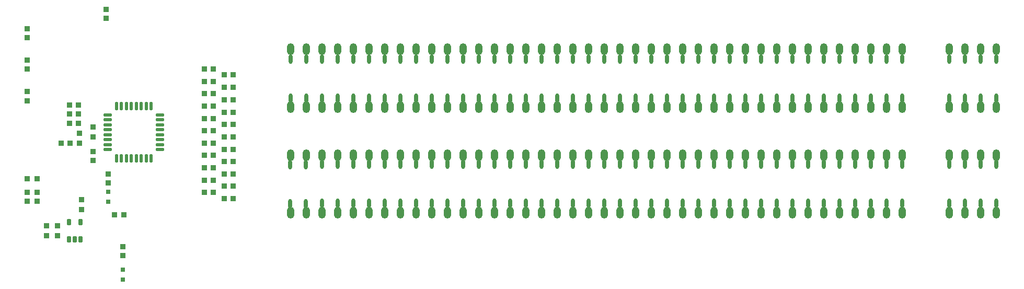
<source format=gtp>
G04*
G04 #@! TF.GenerationSoftware,Altium Limited,Altium Designer,22.5.1 (42)*
G04*
G04 Layer_Color=8421504*
%FSLAX25Y25*%
%MOIN*%
G70*
G04*
G04 #@! TF.SameCoordinates,4C861729-87C5-483C-8B33-AEF81C08CF8D*
G04*
G04*
G04 #@! TF.FilePolarity,Positive*
G04*
G01*
G75*
%ADD13O,0.02362X0.06102*%
%ADD14O,0.04724X0.07480*%
%ADD15R,0.03740X0.03543*%
%ADD16R,0.03543X0.03740*%
%ADD17R,0.03740X0.03543*%
G04:AMPARAMS|DCode=18|XSize=23.62mil|YSize=39.37mil|CornerRadius=2.01mil|HoleSize=0mil|Usage=FLASHONLY|Rotation=180.000|XOffset=0mil|YOffset=0mil|HoleType=Round|Shape=RoundedRectangle|*
%AMROUNDEDRECTD18*
21,1,0.02362,0.03535,0,0,180.0*
21,1,0.01961,0.03937,0,0,180.0*
1,1,0.00402,-0.00980,0.01768*
1,1,0.00402,0.00980,0.01768*
1,1,0.00402,0.00980,-0.01768*
1,1,0.00402,-0.00980,-0.01768*
%
%ADD18ROUNDEDRECTD18*%
%ADD19R,0.03150X0.03150*%
%ADD20O,0.05709X0.02165*%
%ADD21O,0.02165X0.05709*%
%ADD22R,0.03543X0.03740*%
D13*
X230039Y86319D02*
D03*
X240039D02*
D03*
X230039Y111319D02*
D03*
X240039D02*
D03*
X530000Y86500D02*
D03*
X540000D02*
D03*
X530000Y111500D02*
D03*
X540000D02*
D03*
X630000Y86500D02*
D03*
X640000D02*
D03*
X630000Y111500D02*
D03*
X640000D02*
D03*
X220000Y178500D02*
D03*
X210000D02*
D03*
X220000Y153500D02*
D03*
X210000D02*
D03*
X470000Y86500D02*
D03*
X480000D02*
D03*
X470000Y111500D02*
D03*
X480000D02*
D03*
X390000Y86500D02*
D03*
X400000D02*
D03*
X390000Y111500D02*
D03*
X400000D02*
D03*
X370000Y86500D02*
D03*
X380000D02*
D03*
X370000Y111500D02*
D03*
X380000D02*
D03*
X350000Y86500D02*
D03*
X360000D02*
D03*
X350000Y111500D02*
D03*
X360000D02*
D03*
X330000Y86500D02*
D03*
X340000D02*
D03*
X330000Y111500D02*
D03*
X340000D02*
D03*
X310000Y86500D02*
D03*
X320000D02*
D03*
X310000Y111500D02*
D03*
X320000D02*
D03*
X290000Y86500D02*
D03*
X300000D02*
D03*
X290000Y111500D02*
D03*
X300000D02*
D03*
X270000Y86500D02*
D03*
X280000D02*
D03*
X270000Y111500D02*
D03*
X280000D02*
D03*
X250000Y86500D02*
D03*
X260000D02*
D03*
X250000Y111500D02*
D03*
X260000D02*
D03*
X209842Y86221D02*
D03*
X219843D02*
D03*
X209842Y111221D02*
D03*
X219843D02*
D03*
X590000Y86500D02*
D03*
X600000D02*
D03*
X590000Y111500D02*
D03*
X600000D02*
D03*
X570000Y86500D02*
D03*
X580000D02*
D03*
X570000Y111500D02*
D03*
X580000D02*
D03*
X550000Y86500D02*
D03*
X560000D02*
D03*
X550000Y111500D02*
D03*
X560000D02*
D03*
X510000Y86500D02*
D03*
X520000D02*
D03*
X510000Y111500D02*
D03*
X520000D02*
D03*
X490000Y86500D02*
D03*
X500000D02*
D03*
X490000Y111500D02*
D03*
X500000D02*
D03*
X450000Y86500D02*
D03*
X460000D02*
D03*
X450000Y111500D02*
D03*
X460000D02*
D03*
X430000Y86500D02*
D03*
X440000D02*
D03*
X430000Y111500D02*
D03*
X440000D02*
D03*
X410000Y86500D02*
D03*
X420000D02*
D03*
X410000Y111500D02*
D03*
X420000D02*
D03*
X650000Y86500D02*
D03*
X660000D02*
D03*
X650000Y111500D02*
D03*
X660000D02*
D03*
X400000Y178500D02*
D03*
X390000D02*
D03*
X400000Y153500D02*
D03*
X390000D02*
D03*
X380000Y178500D02*
D03*
X370000D02*
D03*
X380000Y153500D02*
D03*
X370000D02*
D03*
X360000Y178500D02*
D03*
X350000D02*
D03*
X360000Y153500D02*
D03*
X350000D02*
D03*
X340000Y178500D02*
D03*
X330000D02*
D03*
X340000Y153500D02*
D03*
X330000D02*
D03*
X320000Y178500D02*
D03*
X310000D02*
D03*
X320000Y153500D02*
D03*
X310000D02*
D03*
X300000Y178500D02*
D03*
X290000D02*
D03*
X300000Y153500D02*
D03*
X290000D02*
D03*
X280000Y178500D02*
D03*
X270000D02*
D03*
X280000Y153500D02*
D03*
X270000D02*
D03*
X260000Y178500D02*
D03*
X250000D02*
D03*
X260000Y153500D02*
D03*
X250000D02*
D03*
X240000Y178500D02*
D03*
X230000D02*
D03*
X240000Y153500D02*
D03*
X230000D02*
D03*
X600000Y178500D02*
D03*
X590000D02*
D03*
X600000Y153500D02*
D03*
X590000D02*
D03*
X580000Y178500D02*
D03*
X570000D02*
D03*
X580000Y153500D02*
D03*
X570000D02*
D03*
X560000Y178500D02*
D03*
X550000D02*
D03*
X560000Y153500D02*
D03*
X550000D02*
D03*
X540000Y178500D02*
D03*
X530000D02*
D03*
X540000Y153500D02*
D03*
X530000D02*
D03*
X520000Y178500D02*
D03*
X510000D02*
D03*
X520000Y153500D02*
D03*
X510000D02*
D03*
X500000Y178500D02*
D03*
X490000D02*
D03*
X500000Y153500D02*
D03*
X490000D02*
D03*
X480000Y178500D02*
D03*
X470000D02*
D03*
X480000Y153500D02*
D03*
X470000D02*
D03*
X460000Y178500D02*
D03*
X450000D02*
D03*
X460000Y153500D02*
D03*
X450000D02*
D03*
X440000Y178500D02*
D03*
X430000D02*
D03*
X440000Y153500D02*
D03*
X430000D02*
D03*
X420000Y178500D02*
D03*
X410000D02*
D03*
X420000Y153500D02*
D03*
X410000D02*
D03*
X660000Y178500D02*
D03*
X650000D02*
D03*
X660000Y153500D02*
D03*
X650000D02*
D03*
X640000Y178500D02*
D03*
X630000D02*
D03*
X640000Y153500D02*
D03*
X630000D02*
D03*
D14*
X220000Y117224D02*
D03*
X210000D02*
D03*
X220000Y80413D02*
D03*
X210000D02*
D03*
X640000Y117224D02*
D03*
X630000D02*
D03*
X640000Y80413D02*
D03*
X630000D02*
D03*
X530000Y147776D02*
D03*
X540000D02*
D03*
X530000Y184587D02*
D03*
X540000D02*
D03*
X400000Y117224D02*
D03*
X390000D02*
D03*
X400000Y80413D02*
D03*
X390000D02*
D03*
X380000Y117224D02*
D03*
X370000D02*
D03*
X380000Y80413D02*
D03*
X370000D02*
D03*
X360000Y117224D02*
D03*
X350000D02*
D03*
X360000Y80413D02*
D03*
X350000D02*
D03*
X340000Y117224D02*
D03*
X330000D02*
D03*
X340000Y80413D02*
D03*
X330000D02*
D03*
X320000Y117224D02*
D03*
X310000D02*
D03*
X320000Y80413D02*
D03*
X310000D02*
D03*
X300000Y117224D02*
D03*
X290000D02*
D03*
X300000Y80413D02*
D03*
X290000D02*
D03*
X280000Y117224D02*
D03*
X270000D02*
D03*
X280000Y80413D02*
D03*
X270000D02*
D03*
X260000Y117224D02*
D03*
X250000D02*
D03*
X260000Y80413D02*
D03*
X250000D02*
D03*
X240000Y117224D02*
D03*
X230000D02*
D03*
X240000Y80413D02*
D03*
X230000D02*
D03*
X600000Y117224D02*
D03*
X590000D02*
D03*
X600000Y80413D02*
D03*
X590000D02*
D03*
X580000Y117224D02*
D03*
X570000D02*
D03*
X580000Y80413D02*
D03*
X570000D02*
D03*
X560000Y117224D02*
D03*
X550000D02*
D03*
X560000Y80413D02*
D03*
X550000D02*
D03*
X540000Y117224D02*
D03*
X530000D02*
D03*
X540000Y80413D02*
D03*
X530000D02*
D03*
X520000Y117224D02*
D03*
X510000D02*
D03*
X520000Y80413D02*
D03*
X510000D02*
D03*
X500000Y117224D02*
D03*
X490000D02*
D03*
X500000Y80413D02*
D03*
X490000D02*
D03*
X480000Y117224D02*
D03*
X470000D02*
D03*
X480000Y80413D02*
D03*
X470000D02*
D03*
X460000Y117224D02*
D03*
X450000D02*
D03*
X460000Y80413D02*
D03*
X450000D02*
D03*
X440000Y117224D02*
D03*
X430000D02*
D03*
X440000Y80413D02*
D03*
X430000D02*
D03*
X420000Y117224D02*
D03*
X410000D02*
D03*
X420000Y80413D02*
D03*
X410000D02*
D03*
X660000Y117224D02*
D03*
X650000D02*
D03*
X660000Y80413D02*
D03*
X650000D02*
D03*
X390000Y147776D02*
D03*
X400000D02*
D03*
X390000Y184587D02*
D03*
X400000D02*
D03*
X370000Y147776D02*
D03*
X380000D02*
D03*
X370000Y184587D02*
D03*
X380000D02*
D03*
X350000Y147776D02*
D03*
X360000D02*
D03*
X350000Y184587D02*
D03*
X360000D02*
D03*
X330000Y147776D02*
D03*
X340000D02*
D03*
X330000Y184587D02*
D03*
X340000D02*
D03*
X310000Y147776D02*
D03*
X320000D02*
D03*
X310000Y184587D02*
D03*
X320000D02*
D03*
X290000Y147776D02*
D03*
X300000D02*
D03*
X290000Y184587D02*
D03*
X300000D02*
D03*
X270000Y147776D02*
D03*
X280000D02*
D03*
X270000Y184587D02*
D03*
X280000D02*
D03*
X250000Y147776D02*
D03*
X260000D02*
D03*
X250000Y184587D02*
D03*
X260000D02*
D03*
X230000Y147776D02*
D03*
X240000D02*
D03*
X230000Y184587D02*
D03*
X240000D02*
D03*
X210000Y147776D02*
D03*
X220000D02*
D03*
X210000Y184587D02*
D03*
X220000D02*
D03*
X590000Y147776D02*
D03*
X600000D02*
D03*
X590000Y184587D02*
D03*
X600000D02*
D03*
X570000Y147776D02*
D03*
X580000D02*
D03*
X570000Y184587D02*
D03*
X580000D02*
D03*
X550000Y147776D02*
D03*
X560000D02*
D03*
X550000Y184587D02*
D03*
X560000D02*
D03*
X510000Y147776D02*
D03*
X520000D02*
D03*
X510000Y184587D02*
D03*
X520000D02*
D03*
X490000Y147776D02*
D03*
X500000D02*
D03*
X490000Y184587D02*
D03*
X500000D02*
D03*
X470000Y147776D02*
D03*
X480000D02*
D03*
X470000Y184587D02*
D03*
X480000D02*
D03*
X450000Y147776D02*
D03*
X460000D02*
D03*
X450000Y184587D02*
D03*
X460000D02*
D03*
X430000Y147776D02*
D03*
X440000D02*
D03*
X430000Y184587D02*
D03*
X440000D02*
D03*
X410000Y147776D02*
D03*
X420000D02*
D03*
X410000Y184587D02*
D03*
X420000D02*
D03*
X650000Y147776D02*
D03*
X660000D02*
D03*
X650000Y184587D02*
D03*
X660000D02*
D03*
X630000Y147776D02*
D03*
X640000D02*
D03*
X630000Y184587D02*
D03*
X640000D02*
D03*
D15*
X74902Y137402D02*
D03*
X69193D02*
D03*
X69390Y124803D02*
D03*
X63681D02*
D03*
X74902Y143307D02*
D03*
X69193D02*
D03*
X74902Y149213D02*
D03*
X69193D02*
D03*
X173425Y128740D02*
D03*
X167717D02*
D03*
X160827Y132677D02*
D03*
X155118D02*
D03*
X173425Y89370D02*
D03*
X167717D02*
D03*
X160827Y93307D02*
D03*
X155118D02*
D03*
X173425Y97244D02*
D03*
X167717D02*
D03*
X160827Y101181D02*
D03*
X155118D02*
D03*
X173425Y105118D02*
D03*
X167717D02*
D03*
X160827Y109055D02*
D03*
X155118D02*
D03*
X173425Y112992D02*
D03*
X167717D02*
D03*
X160827Y116929D02*
D03*
X155118D02*
D03*
X173425Y120866D02*
D03*
X167717D02*
D03*
X160827Y124803D02*
D03*
X155118D02*
D03*
X160827Y172047D02*
D03*
X155118D02*
D03*
X173524Y168504D02*
D03*
X167815D02*
D03*
X160827Y164173D02*
D03*
X155118D02*
D03*
X173425Y160236D02*
D03*
X167717D02*
D03*
X160827Y156299D02*
D03*
X155118D02*
D03*
X173425Y152362D02*
D03*
X167717D02*
D03*
X160827Y148425D02*
D03*
X155118D02*
D03*
X173425Y144488D02*
D03*
X167717D02*
D03*
X160827Y140551D02*
D03*
X155118D02*
D03*
X173425Y136614D02*
D03*
X167717D02*
D03*
D16*
X42126Y87697D02*
D03*
Y93405D02*
D03*
X103150Y53051D02*
D03*
Y58760D02*
D03*
X42126Y157579D02*
D03*
Y151870D02*
D03*
X42126Y177756D02*
D03*
Y172047D02*
D03*
X42126Y197736D02*
D03*
Y192028D02*
D03*
X48425Y93405D02*
D03*
Y87697D02*
D03*
X93701Y99508D02*
D03*
Y105217D02*
D03*
X84252Y113681D02*
D03*
Y119390D02*
D03*
X92520Y209941D02*
D03*
Y204232D02*
D03*
D17*
X61417Y72047D02*
D03*
Y65748D02*
D03*
X84252Y128740D02*
D03*
Y135039D02*
D03*
X76772Y82284D02*
D03*
Y88583D02*
D03*
X54331Y65748D02*
D03*
Y72047D02*
D03*
X75590Y124803D02*
D03*
Y131102D02*
D03*
D18*
X68701Y63484D02*
D03*
X72441D02*
D03*
X76181D02*
D03*
Y74311D02*
D03*
X68701D02*
D03*
D19*
X103150Y44193D02*
D03*
Y37697D02*
D03*
X93701Y93799D02*
D03*
Y87303D02*
D03*
D20*
X93504Y142717D02*
D03*
Y139567D02*
D03*
Y136417D02*
D03*
Y133268D02*
D03*
Y130118D02*
D03*
Y126969D02*
D03*
Y123819D02*
D03*
Y120669D02*
D03*
X126772D02*
D03*
Y123819D02*
D03*
Y126969D02*
D03*
Y130118D02*
D03*
Y133268D02*
D03*
Y136417D02*
D03*
Y139567D02*
D03*
Y142717D02*
D03*
D21*
X99114Y115059D02*
D03*
X102264D02*
D03*
X105413D02*
D03*
X108563D02*
D03*
X111713D02*
D03*
X114862D02*
D03*
X118012D02*
D03*
X121161D02*
D03*
Y148327D02*
D03*
X118012D02*
D03*
X114862D02*
D03*
X111713D02*
D03*
X108563D02*
D03*
X105413D02*
D03*
X102264D02*
D03*
X99114D02*
D03*
D22*
X97638Y79134D02*
D03*
X103937D02*
D03*
X42126Y101969D02*
D03*
X48425D02*
D03*
M02*

</source>
